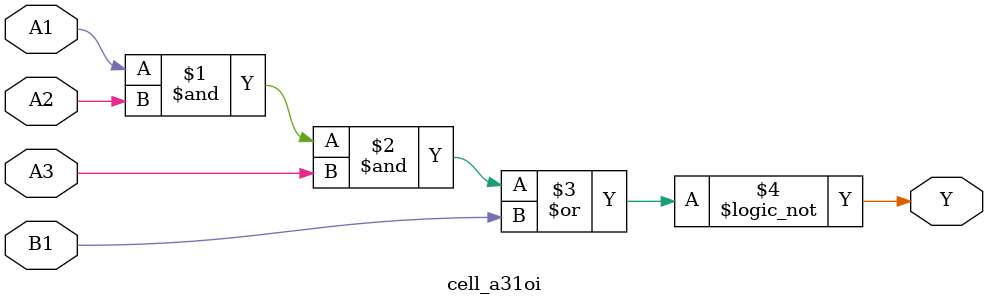
<source format=v>
`timescale 1ps/1ps
module cell_a31oi
(
    input wire A1,
    input wire A2,
    input wire A3,
    input wire B1,
    output wire Y
);
    assign Y = !((A1 & A2 & A3) | B1);
endmodule

</source>
